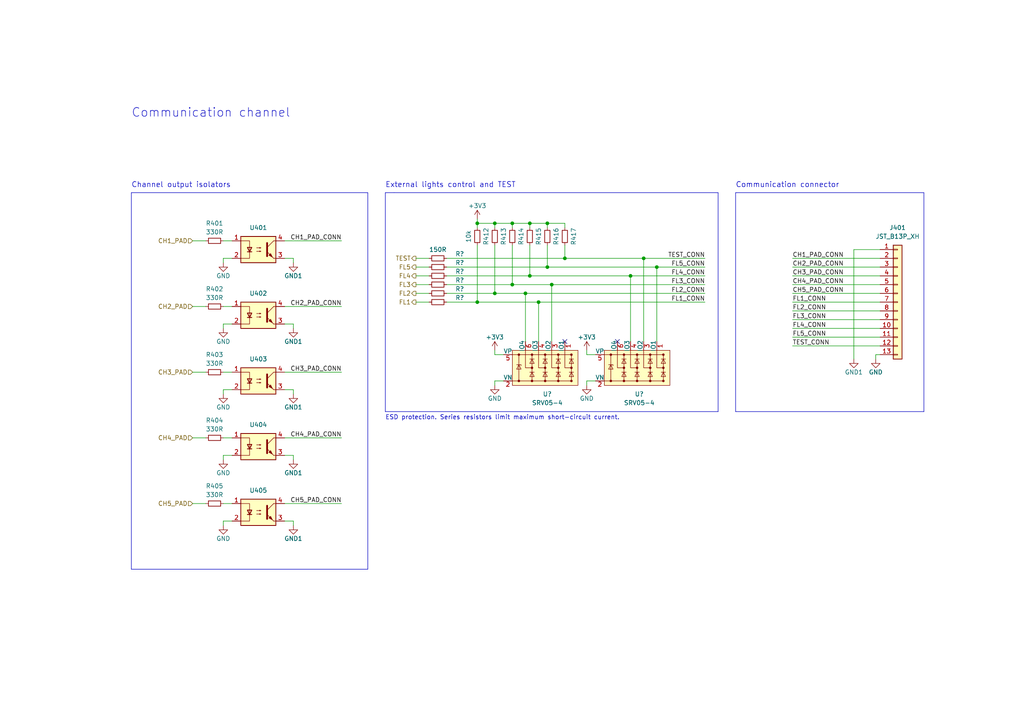
<source format=kicad_sch>
(kicad_sch (version 20221110) (generator eeschema)
  (paper "A4")
  (title_block (title "BD845-PWB") (date "2022-11-27") (rev "1") (company "BlueDot, Vincenzo Fortunato"))
  (lib_symbols
    (symbol "Connector_Generic:Conn_01x13" (pin_names (offset 1.016) hide)
      (property "Reference" "J" (at 0 17.78 0))
      (property "Value" "Conn_01x13" (at 0 -17.78 0))
      (symbol "Conn_01x13_1_1"
        (rectangle (start -1.27 -15.113) (end 0 -15.367) (stroke (width 0.1524)))
        (rectangle (start -1.27 -12.573) (end 0 -12.827) (stroke (width 0.1524)))
        (rectangle (start -1.27 -10.033) (end 0 -10.287) (stroke (width 0.1524)))
        (rectangle (start -1.27 -7.493) (end 0 -7.747) (stroke (width 0.1524)))
        (rectangle (start -1.27 -4.953) (end 0 -5.207) (stroke (width 0.1524)))
        (rectangle (start -1.27 -2.413) (end 0 -2.667) (stroke (width 0.1524)))
        (rectangle (start -1.27 0.127) (end 0 -0.127) (stroke (width 0.1524)))
        (rectangle (start -1.27 2.667) (end 0 2.413) (stroke (width 0.1524)))
        (rectangle (start -1.27 5.207) (end 0 4.953) (stroke (width 0.1524)))
        (rectangle (start -1.27 7.747) (end 0 7.493) (stroke (width 0.1524)))
        (rectangle (start -1.27 10.287) (end 0 10.033) (stroke (width 0.1524)))
        (rectangle (start -1.27 12.827) (end 0 12.573) (stroke (width 0.1524)))
        (rectangle (start -1.27 15.367) (end 0 15.113) (stroke (width 0.1524)))
        (rectangle (start -1.27 16.51) (end 1.27 -16.51) (stroke (width 0.254)) (fill (type background)))
        (pin passive line (at -5.08 15.24 0) (length 3.81) (name "Pin_1") (number "1"))
        (pin passive line (at -5.08 -7.62 0) (length 3.81) (name "Pin_10") (number "10"))
        (pin passive line (at -5.08 -10.16 0) (length 3.81) (name "Pin_11") (number "11"))
        (pin passive line (at -5.08 -12.7 0) (length 3.81) (name "Pin_12") (number "12"))
        (pin passive line (at -5.08 -15.24 0) (length 3.81) (name "Pin_13") (number "13"))
        (pin passive line (at -5.08 12.7 0) (length 3.81) (name "Pin_2") (number "2"))
        (pin passive line (at -5.08 10.16 0) (length 3.81) (name "Pin_3") (number "3"))
        (pin passive line (at -5.08 7.62 0) (length 3.81) (name "Pin_4") (number "4"))
        (pin passive line (at -5.08 5.08 0) (length 3.81) (name "Pin_5") (number "5"))
        (pin passive line (at -5.08 2.54 0) (length 3.81) (name "Pin_6") (number "6"))
        (pin passive line (at -5.08 0 0) (length 3.81) (name "Pin_7") (number "7"))
        (pin passive line (at -5.08 -2.54 0) (length 3.81) (name "Pin_8") (number "8"))
        (pin passive line (at -5.08 -5.08 0) (length 3.81) (name "Pin_9") (number "9"))
      )
    )
    (symbol "Device:R_Small" (pin_numbers hide) (pin_names (offset 0.254) hide)
      (property "Reference" "R" (at 0.762 0.508 0))
      (property "Value" "R_Small" (at 0.762 -1.016 0))
      (symbol "R_Small_0_1"
        (rectangle (start -0.762 1.778) (end 0.762 -1.778) (stroke (width 0.2032)))
      )
      (symbol "R_Small_1_1"
        (pin passive line (at 0 2.54 270) (length 0.762) (name "~") (number "1"))
        (pin passive line (at 0 -2.54 90) (length 0.762) (name "~") (number "2"))
      )
    )
    (symbol "ProjectLibrary:EL357N(C)(TA)-G" (pin_names (offset 1.016))
      (property "Reference" "U" (at -5.334 4.826 0))
      (property "Value" "EL357N(C)(TA)-G" (at 0 5.08 0))
      (symbol "EL357N(C)(TA)-G_0_1"
        (rectangle (start -5.08 3.81) (end 5.08 -3.81) (stroke (width 0.254)) (fill (type background)))
        (polyline (pts (xy -3.175 -0.635) (xy -1.905 -0.635)) (stroke (width 0.254)))
        (polyline (pts (xy 2.54 0.635) (xy 4.445 2.54)))
        (polyline (pts (xy 4.445 -2.54) (xy 2.54 -0.635)) (fill (type outline)))
        (polyline (pts (xy 4.445 -2.54) (xy 5.08 -2.54)))
        (polyline (pts (xy 4.445 2.54) (xy 5.08 2.54)))
        (polyline (pts (xy -5.08 2.54) (xy -2.54 2.54) (xy -2.54 -0.762)))
        (polyline (pts (xy -2.54 -0.635) (xy -2.54 -2.54) (xy -5.08 -2.54)))
        (polyline (pts (xy 2.54 1.905) (xy 2.54 -1.905) (xy 2.54 -1.905)) (stroke (width 0.508)))
        (polyline (pts (xy -2.54 -0.635) (xy -3.175 0.635) (xy -1.905 0.635) (xy -2.54 -0.635)) (stroke (width 0.254)))
        (polyline (pts (xy -0.508 -0.508) (xy 0.762 -0.508) (xy 0.381 -0.635) (xy 0.381 -0.381) (xy 0.762 -0.508)))
        (polyline (pts (xy -0.508 0.508) (xy 0.762 0.508) (xy 0.381 0.381) (xy 0.381 0.635) (xy 0.762 0.508)))
        (polyline (pts (xy 3.048 -1.651) (xy 3.556 -1.143) (xy 4.064 -2.159) (xy 3.048 -1.651) (xy 3.048 -1.651)) (fill (type outline)))
      )
      (symbol "EL357N(C)(TA)-G_1_1"
        (pin passive line (at -7.62 2.54 0) (length 2.54) (name "~") (number "1"))
        (pin passive line (at -7.62 -2.54 0) (length 2.54) (name "~") (number "2"))
        (pin passive line (at 7.62 -2.54 180) (length 2.54) (name "~") (number "3"))
        (pin passive line (at 7.62 2.54 180) (length 2.54) (name "~") (number "4"))
      )
    )
    (symbol "ProjectLibrary:SRV05-4" (pin_names (offset 0))
      (property "Reference" "U" (at -7.62 -6.985 0))
      (property "Value" "SRV05-4" (at 0 -6.985 0))
      (symbol "SRV05-4_0_0"
        (polyline (pts (xy -6.985 -3.81) (xy -6.985 3.81)))
        (polyline (pts (xy -3.175 -3.81) (xy -3.175 3.81)))
        (polyline (pts (xy 0.635 -3.81) (xy 0.635 3.81)))
        (polyline (pts (xy 4.445 -3.81) (xy 4.445 3.81)))
      )
      (symbol "SRV05-4_0_1"
        (rectangle (start -8.89 5.08) (end 10.16 -5.08) (fill (type background)))
        (circle (center -6.985 -3.81) (radius 0.2794) (fill (type outline)))
        (circle (center -6.985 0) (radius 0.2794) (fill (type outline)))
        (circle (center -6.985 3.81) (radius 0.2794) (fill (type outline)))
        (circle (center -3.175 -3.81) (radius 0.2794) (fill (type outline)))
        (circle (center -3.175 0) (radius 0.2794) (fill (type outline)))
        (circle (center -3.175 3.81) (radius 0.2794) (fill (type outline)))
        (polyline (pts (xy -6.35 -1.27) (xy -7.62 -1.27)))
        (polyline (pts (xy -6.35 2.54) (xy -7.62 2.54)))
        (polyline (pts (xy -2.54 -1.27) (xy -3.81 -1.27)))
        (polyline (pts (xy -2.54 2.54) (xy -3.81 2.54)))
        (polyline (pts (xy 1.27 -1.27) (xy 0 -1.27)))
        (polyline (pts (xy 1.27 2.54) (xy 0 2.54)))
        (polyline (pts (xy 5.08 -1.27) (xy 3.81 -1.27)))
        (polyline (pts (xy 5.08 2.54) (xy 3.81 2.54)))
        (polyline (pts (xy 8.255 3.81) (xy 8.255 -3.81)))
        (polyline (pts (xy 10.16 -3.81) (xy -6.985 -3.81)))
        (polyline (pts (xy 10.16 3.81) (xy -6.985 3.81)))
        (polyline (pts (xy -6.985 0) (xy -5.08 0) (xy -5.08 5.08)))
        (polyline (pts (xy -3.175 0) (xy -1.27 0) (xy -1.27 5.08)))
        (polyline (pts (xy 0.635 0) (xy 2.54 0) (xy 2.54 5.08)))
        (polyline (pts (xy 4.445 0) (xy 6.35 0) (xy 6.35 5.08)))
        (polyline (pts (xy 8.89 0.889) (xy 7.62 0.889) (xy 7.62 0.635)))
        (polyline (pts (xy -6.35 -2.54) (xy -7.62 -2.54) (xy -6.985 -1.27) (xy -6.35 -2.54)))
        (polyline (pts (xy -6.35 1.27) (xy -7.62 1.27) (xy -6.985 2.54) (xy -6.35 1.27)))
        (polyline (pts (xy -2.54 -2.54) (xy -3.81 -2.54) (xy -3.175 -1.27) (xy -2.54 -2.54)))
        (polyline (pts (xy -2.54 1.27) (xy -3.81 1.27) (xy -3.175 2.54) (xy -2.54 1.27)))
        (polyline (pts (xy 1.27 -2.54) (xy 0 -2.54) (xy 0.635 -1.27) (xy 1.27 -2.54)))
        (polyline (pts (xy 1.27 1.27) (xy 0 1.27) (xy 0.635 2.54) (xy 1.27 1.27)))
        (polyline (pts (xy 5.08 -2.54) (xy 3.81 -2.54) (xy 4.445 -1.27) (xy 5.08 -2.54)))
        (polyline (pts (xy 5.08 1.27) (xy 3.81 1.27) (xy 4.445 2.54) (xy 5.08 1.27)))
        (polyline (pts (xy 8.89 -0.381) (xy 7.62 -0.381) (xy 8.255 0.889) (xy 8.89 -0.381)))
        (circle (center 0.635 -3.81) (radius 0.2794) (fill (type outline)))
        (circle (center 0.635 0) (radius 0.2794) (fill (type outline)))
        (circle (center 0.635 3.81) (radius 0.2794) (fill (type outline)))
        (circle (center 4.445 -3.81) (radius 0.2794) (fill (type outline)))
        (circle (center 4.445 0) (radius 0.2794) (fill (type outline)))
        (circle (center 4.445 3.81) (radius 0.2794) (fill (type outline)))
        (circle (center 8.255 -3.81) (radius 0.2794) (fill (type outline)))
        (circle (center 8.255 3.81) (radius 0.2794) (fill (type outline)))
      )
      (symbol "SRV05-4_1_1"
        (pin passive line (at -5.08 7.62 270) (length 2.54) (name "IO1") (number "1"))
        (pin passive line (at 12.7 -3.81 180) (length 2.54) (name "VN") (number "2"))
        (pin passive line (at -1.27 7.62 270) (length 2.54) (name "IO2") (number "3"))
        (pin passive line (at 2.54 7.62 270) (length 2.54) (name "IO3") (number "4"))
        (pin passive line (at 12.7 3.81 180) (length 2.54) (name "VP") (number "5"))
        (pin passive line (at 6.35 7.62 270) (length 2.54) (name "IO4") (number "6"))
      )
    )
    (symbol "power:+3V3" (power) (pin_names (offset 0))
      (property "Value" "+3V3" (at 0 3.556 0))
      (symbol "+3V3_0_1"
        (polyline (pts (xy -0.762 1.27) (xy 0 2.54)))
        (polyline (pts (xy 0 0) (xy 0 2.54)))
        (polyline (pts (xy 0 2.54) (xy 0.762 1.27)))
      )
      (symbol "+3V3_1_1"
        (pin power_in line (at 0 0 90) (length 0) hide (name "+3V3") (number "1"))
      )
    )
    (symbol "power:GND" (power) (pin_names (offset 0))
      (property "Value" "GND" (at 0 -3.81 0))
      (symbol "GND_0_1"
        (polyline (pts (xy 0 0) (xy 0 -1.27) (xy 1.27 -1.27) (xy 0 -2.54) (xy -1.27 -1.27) (xy 0 -1.27)))
      )
      (symbol "GND_1_1"
        (pin power_in line (at 0 0 270) (length 0) hide (name "GND") (number "1"))
      )
    )
    (symbol "power:GND1" (power) (pin_names (offset 0))
      (property "Value" "GND1" (at 0 -3.81 0))
      (symbol "GND1_0_1"
        (polyline (pts (xy 0 0) (xy 0 -1.27) (xy 1.27 -1.27) (xy 0 -2.54) (xy -1.27 -1.27) (xy 0 -1.27)))
      )
      (symbol "GND1_1_1"
        (pin power_in line (at 0 0 270) (length 0) hide (name "GND1") (number "1"))
      )
    )
  )
  (junction (at 153.67 64.77))
  (junction (at 186.69 74.93))
  (junction (at 143.51 64.77))
  (junction (at 148.59 64.77))
  (junction (at 182.88 80.01))
  (junction (at 153.67 80.01))
  (junction (at 143.51 85.09))
  (junction (at 190.5 77.47))
  (junction (at 160.02 82.55))
  (junction (at 163.83 74.93))
  (junction (at 158.75 77.47))
  (junction (at 158.75 64.77))
  (junction (at 152.4 85.09))
  (junction (at 138.43 64.77))
  (junction (at 148.59 82.55))
  (junction (at 156.21 87.63))
  (junction (at 138.43 87.63))
  (no_connect (at 163.83 99.06))
  (no_connect (at 179.07 99.06))
  (wire (pts (xy 99.06 146.05) (xy 82.55 146.05)))
  (polyline (pts (xy 38.1 55.88) (xy 38.1 165.1)))
  (wire (pts (xy 64.77 151.13) (xy 64.77 152.4)))
  (wire (pts (xy 129.54 74.93) (xy 163.83 74.93)))
  (wire (pts (xy 64.77 127) (xy 67.31 127)))
  (wire (pts (xy 254 104.14) (xy 254 102.87)))
  (polyline (pts (xy 106.68 165.1) (xy 38.1 165.1)))
  (wire (pts (xy 229.87 87.63) (xy 255.27 87.63)))
  (wire (pts (xy 64.77 93.98) (xy 64.77 95.25)))
  (wire (pts (xy 229.87 85.09) (xy 255.27 85.09)))
  (polyline (pts (xy 208.28 55.88) (xy 208.28 119.38)))
  (polyline (pts (xy 106.68 55.88) (xy 106.68 165.1)))
  (wire (pts (xy 143.51 110.49) (xy 143.51 111.76)))
  (wire (pts (xy 82.55 93.98) (xy 85.09 93.98)))
  (wire (pts (xy 129.54 77.47) (xy 158.75 77.47)))
  (polyline (pts (xy 38.1 55.88) (xy 106.68 55.88)))
  (wire (pts (xy 143.51 64.77) (xy 143.51 66.04)))
  (polyline (pts (xy 213.36 55.88) (xy 213.36 119.38)))
  (wire (pts (xy 172.72 102.87) (xy 170.18 102.87)))
  (wire (pts (xy 99.06 88.9) (xy 82.55 88.9)))
  (wire (pts (xy 186.69 74.93) (xy 204.47 74.93)))
  (wire (pts (xy 190.5 77.47) (xy 190.5 99.06)))
  (polyline (pts (xy 208.28 119.38) (xy 111.76 119.38)))
  (wire (pts (xy 85.09 93.98) (xy 85.09 95.25)))
  (polyline (pts (xy 267.97 55.88) (xy 267.97 119.38)))
  (wire (pts (xy 229.87 90.17) (xy 255.27 90.17)))
  (wire (pts (xy 153.67 80.01) (xy 182.88 80.01)))
  (wire (pts (xy 64.77 107.95) (xy 67.31 107.95)))
  (wire (pts (xy 55.88 107.95) (xy 59.69 107.95)))
  (wire (pts (xy 64.77 132.08) (xy 64.77 133.35)))
  (wire (pts (xy 64.77 88.9) (xy 67.31 88.9)))
  (polyline (pts (xy 114.3 55.88) (xy 208.28 55.88)))
  (wire (pts (xy 158.75 71.12) (xy 158.75 77.47)))
  (wire (pts (xy 67.31 113.03) (xy 64.77 113.03)))
  (wire (pts (xy 148.59 82.55) (xy 160.02 82.55)))
  (wire (pts (xy 64.77 113.03) (xy 64.77 114.3)))
  (wire (pts (xy 163.83 64.77) (xy 163.83 66.04)))
  (wire (pts (xy 160.02 82.55) (xy 160.02 99.06)))
  (polyline (pts (xy 111.76 119.38) (xy 111.76 55.88)))
  (wire (pts (xy 67.31 93.98) (xy 64.77 93.98)))
  (wire (pts (xy 82.55 132.08) (xy 85.09 132.08)))
  (wire (pts (xy 158.75 77.47) (xy 190.5 77.47)))
  (wire (pts (xy 182.88 80.01) (xy 182.88 99.06)))
  (wire (pts (xy 82.55 74.93) (xy 85.09 74.93)))
  (wire (pts (xy 85.09 113.03) (xy 85.09 114.3)))
  (wire (pts (xy 120.65 74.93) (xy 124.46 74.93)))
  (wire (pts (xy 247.65 72.39) (xy 247.65 104.14)))
  (wire (pts (xy 190.5 77.47) (xy 204.47 77.47)))
  (wire (pts (xy 186.69 74.93) (xy 186.69 99.06)))
  (wire (pts (xy 82.55 151.13) (xy 85.09 151.13)))
  (wire (pts (xy 120.65 82.55) (xy 124.46 82.55)))
  (wire (pts (xy 229.87 100.33) (xy 255.27 100.33)))
  (wire (pts (xy 229.87 74.93) (xy 255.27 74.93)))
  (wire (pts (xy 153.67 64.77) (xy 153.67 66.04)))
  (wire (pts (xy 158.75 64.77) (xy 163.83 64.77)))
  (wire (pts (xy 129.54 85.09) (xy 143.51 85.09)))
  (wire (pts (xy 255.27 72.39) (xy 247.65 72.39)))
  (wire (pts (xy 163.83 74.93) (xy 186.69 74.93)))
  (wire (pts (xy 138.43 64.77) (xy 138.43 66.04)))
  (wire (pts (xy 143.51 102.87) (xy 143.51 101.6)))
  (wire (pts (xy 99.06 127) (xy 82.55 127)))
  (wire (pts (xy 55.88 127) (xy 59.69 127)))
  (wire (pts (xy 143.51 71.12) (xy 143.51 85.09)))
  (wire (pts (xy 172.72 110.49) (xy 170.18 110.49)))
  (wire (pts (xy 99.06 69.85) (xy 82.55 69.85)))
  (wire (pts (xy 229.87 82.55) (xy 255.27 82.55)))
  (wire (pts (xy 152.4 85.09) (xy 152.4 99.06)))
  (wire (pts (xy 182.88 80.01) (xy 204.47 80.01)))
  (wire (pts (xy 85.09 132.08) (xy 85.09 133.35)))
  (wire (pts (xy 138.43 87.63) (xy 156.21 87.63)))
  (wire (pts (xy 229.87 92.71) (xy 255.27 92.71)))
  (polyline (pts (xy 267.97 119.38) (xy 213.36 119.38)))
  (wire (pts (xy 55.88 146.05) (xy 59.69 146.05)))
  (wire (pts (xy 67.31 132.08) (xy 64.77 132.08)))
  (wire (pts (xy 163.83 71.12) (xy 163.83 74.93)))
  (polyline (pts (xy 213.36 55.88) (xy 267.97 55.88)))
  (wire (pts (xy 120.65 80.01) (xy 124.46 80.01)))
  (wire (pts (xy 85.09 151.13) (xy 85.09 152.4)))
  (wire (pts (xy 152.4 85.09) (xy 204.47 85.09)))
  (wire (pts (xy 64.77 146.05) (xy 67.31 146.05)))
  (wire (pts (xy 143.51 64.77) (xy 148.59 64.77)))
  (wire (pts (xy 148.59 64.77) (xy 148.59 66.04)))
  (wire (pts (xy 229.87 95.25) (xy 255.27 95.25)))
  (wire (pts (xy 170.18 110.49) (xy 170.18 111.76)))
  (wire (pts (xy 129.54 80.01) (xy 153.67 80.01)))
  (wire (pts (xy 67.31 74.93) (xy 64.77 74.93)))
  (wire (pts (xy 120.65 85.09) (xy 124.46 85.09)))
  (wire (pts (xy 99.06 107.95) (xy 82.55 107.95)))
  (wire (pts (xy 120.65 77.47) (xy 124.46 77.47)))
  (wire (pts (xy 129.54 87.63) (xy 138.43 87.63)))
  (wire (pts (xy 148.59 71.12) (xy 148.59 82.55)))
  (wire (pts (xy 55.88 88.9) (xy 59.69 88.9)))
  (wire (pts (xy 138.43 71.12) (xy 138.43 87.63)))
  (wire (pts (xy 129.54 82.55) (xy 148.59 82.55)))
  (polyline (pts (xy 111.76 55.88) (xy 114.3 55.88)))
  (wire (pts (xy 229.87 77.47) (xy 255.27 77.47)))
  (wire (pts (xy 170.18 102.87) (xy 170.18 101.6)))
  (wire (pts (xy 64.77 74.93) (xy 64.77 76.2)))
  (wire (pts (xy 120.65 87.63) (xy 124.46 87.63)))
  (wire (pts (xy 67.31 151.13) (xy 64.77 151.13)))
  (wire (pts (xy 138.43 63.5) (xy 138.43 64.77)))
  (wire (pts (xy 146.05 102.87) (xy 143.51 102.87)))
  (wire (pts (xy 254 102.87) (xy 255.27 102.87)))
  (wire (pts (xy 146.05 110.49) (xy 143.51 110.49)))
  (wire (pts (xy 143.51 85.09) (xy 152.4 85.09)))
  (wire (pts (xy 153.67 71.12) (xy 153.67 80.01)))
  (wire (pts (xy 82.55 113.03) (xy 85.09 113.03)))
  (wire (pts (xy 160.02 82.55) (xy 204.47 82.55)))
  (wire (pts (xy 148.59 64.77) (xy 153.67 64.77)))
  (wire (pts (xy 64.77 69.85) (xy 67.31 69.85)))
  (wire (pts (xy 158.75 64.77) (xy 158.75 66.04)))
  (wire (pts (xy 229.87 97.79) (xy 255.27 97.79)))
  (wire (pts (xy 153.67 64.77) (xy 158.75 64.77)))
  (wire (pts (xy 55.88 69.85) (xy 59.69 69.85)))
  (wire (pts (xy 138.43 64.77) (xy 143.51 64.77)))
  (wire (pts (xy 85.09 74.93) (xy 85.09 76.2)))
  (wire (pts (xy 156.21 87.63) (xy 156.21 99.06)))
  (wire (pts (xy 156.21 87.63) (xy 204.47 87.63)))
  (wire (pts (xy 229.87 80.01) (xy 255.27 80.01)))
  (text "Communication connector" (at 213.36 54.61 0) (effects (font (size 1.524 1.524)) (justify left bottom)))
  (text "Channel output isolators" (at 38.1 54.61 0) (effects (font (size 1.524 1.524)) (justify left bottom)))
  (text "Communication channel" (at 38.1 34.29 0) (effects (font (size 2.54 2.54)) (justify left bottom)))
  (text "External lights control and TEST" (at 111.76 54.61 0) (effects (font (size 1.524 1.524)) (justify left bottom)))
  (text "ESD protection. Series resistors limit maximum short-circuit current." (at 111.76 121.92 0) (effects (font (size 1.27 1.27)) (justify left bottom)))
  (label "FL3_CONN" (at 229.87 92.71 0))
  (label "CH1_PAD_CONN" (at 99.06 69.85 180))
  (label "FL2_CONN" (at 229.87 90.17 0))
  (label "FL5_CONN" (at 204.47 77.47 180))
  (label "CH5_PAD_CONN" (at 99.06 146.05 180))
  (label "CH2_PAD_CONN" (at 99.06 88.9 180))
  (label "FL4_CONN" (at 204.47 80.01 180))
  (label "FL3_CONN" (at 204.47 82.55 180))
  (label "FL1_CONN" (at 204.47 87.63 180))
  (label "FL5_CONN" (at 229.87 97.79 0))
  (label "CH2_PAD_CONN" (at 229.87 77.47 0))
  (label "FL1_CONN" (at 229.87 87.63 0))
  (label "CH4_PAD_CONN" (at 229.87 82.55 0))
  (label "CH4_PAD_CONN" (at 99.06 127 180))
  (label "CH3_PAD_CONN" (at 229.87 80.01 0))
  (label "CH1_PAD_CONN" (at 229.87 74.93 0))
  (label "FL2_CONN" (at 204.47 85.09 180))
  (label "CH3_PAD_CONN" (at 99.06 107.95 180))
  (label "TEST_CONN" (at 229.87 100.33 0))
  (label "CH5_PAD_CONN" (at 229.87 85.09 0))
  (label "FL4_CONN" (at 229.87 95.25 0))
  (label "TEST_CONN" (at 204.47 74.93 180))
  (hierarchical_label "FL2" (shape output) (at 120.65 85.09 180))
  (hierarchical_label "CH2_PAD" (shape input) (at 55.88 88.9 180))
  (hierarchical_label "CH3_PAD" (shape input) (at 55.88 107.95 180))
  (hierarchical_label "FL4" (shape output) (at 120.65 80.01 180))
  (hierarchical_label "CH1_PAD" (shape input) (at 55.88 69.85 180))
  (hierarchical_label "FL5" (shape output) (at 120.65 77.47 180))
  (hierarchical_label "FL3" (shape output) (at 120.65 82.55 180))
  (hierarchical_label "CH5_PAD" (shape input) (at 55.88 146.05 180))
  (hierarchical_label "TEST" (shape output) (at 120.65 74.93 180))
  (hierarchical_label "FL1" (shape output) (at 120.65 87.63 180))
  (hierarchical_label "CH4_PAD" (shape input) (at 55.88 127 180))
  (symbol (lib_id "power:GND1") (at 247.65 104.14 0) (mirror y) (unit 1)
    (property "Reference" "#PWR0161" (effects hide))
    (property "Value" "GND1" (at 247.65 107.95 0))
  )
  (symbol (lib_id "power:GND") (at 64.77 133.35 0) (mirror y) (unit 1)
    (property "Reference" "#PWR?" (effects hide))
    (property "Value" "GND" (at 64.77 137.16 0))
    (instances (project "bd845-pwb" (path "" (reference "#PWR?") (unit 1) (value "GND") (footprint "")) (path "" (reference "#PWR0148") (unit 1) (value "GND") (footprint ""))))
  )
  (symbol (lib_id "ProjectLibrary:EL357N(C)(TA)-G") (at 74.93 129.54 0) (unit 1)
    (property "Reference" "U404" (at 74.93 123.19 0))
    (property "Value" "EL357N(C)(TA)-G" (effects hide))
    (property "Footprint" "Package_SO:SO-4_4.4x3.6mm_P2.54mm" (effects hide))
    (property "Datasheet" "https://datasheet.lcsc.com/lcsc/1810271030_Everlight-Elec-EL357N-C-TA-G_C29981.pdf" (effects hide))
  )
  (symbol (lib_id "Device:R_Small") (at 62.23 69.85 90) (unit 1)
    (property "Reference" "R401" (at 62.23 64.77 90))
    (property "Value" "330R" (at 62.23 67.31 90))
    (property "Footprint" "Resistor_SMD:R_0603_1608Metric" (effects hide))
  )
  (symbol (lib_id "Device:R_Small") (at 62.23 88.9 90) (unit 1)
    (property "Reference" "R402" (at 62.23 83.82 90))
    (property "Value" "330R" (at 62.23 86.36 90))
    (property "Footprint" "Resistor_SMD:R_0603_1608Metric" (effects hide))
  )
  (symbol (lib_id "Device:R_Small") (at 62.23 146.05 90) (unit 1)
    (property "Reference" "R405" (at 62.23 140.97 90))
    (property "Value" "330R" (at 62.23 143.51 90))
    (property "Footprint" "Resistor_SMD:R_0603_1608Metric" (effects hide))
  )
  (symbol (lib_id "Device:R_Small") (at 62.23 107.95 90) (unit 1)
    (property "Reference" "R403" (at 62.23 102.87 90))
    (property "Value" "330R" (at 62.23 105.41 90))
    (property "Footprint" "Resistor_SMD:R_0603_1608Metric" (effects hide))
  )
  (symbol (lib_id "Connector_Generic:Conn_01x13") (at 260.35 87.63 0) (unit 1)
    (property "Reference" "J401" (at 260.35 66.04 0))
    (property "Value" "JST_B13P_XH" (at 260.35 68.58 0))
    (property "Footprint" "ProjectLibrary:JST_NH_B13P-SHF-1AA_1x13_P2.50mm_Vertical" (effects hide))
  )
  (symbol (lib_id "Device:R_Small") (at 62.23 127 90) (unit 1)
    (property "Reference" "R404" (at 62.23 121.92 90))
    (property "Value" "330R" (at 62.23 124.46 90))
    (property "Footprint" "Resistor_SMD:R_0603_1608Metric" (effects hide))
  )
  (symbol (lib_id "Device:R_Small") (at 127 74.93 270) (unit 1)
    (property "Reference" "R?" (at 133.35 73.66 90))
    (property "Value" "150R" (at 127 72.39 90))
    (property "Footprint" "Resistor_SMD:R_0603_1608Metric" (effects hide))
    (instances (project "bd845-pwb" (path "" (reference "R?") (unit 1) (value "150R") (footprint "Resistor_SMD:R_0603_1608Metric")) (path "" (reference "R?") (unit 1) (value "150R") (footprint "Resistor_SMD:R_0603_1608Metric")) (path "" (reference "R?") (unit 1) (value "150R") (footprint "Resistor_SMD:R_0603_1608Metric")) (path "" (reference "R?") (unit 1) (value "150R") (footprint "Resistor_SMD:R_0603_1608Metric")) (path "" (reference "R?") (unit 1) (value "150R") (footprint "Resistor_SMD:R_0603_1608Metric")) (path "" (reference "R?") (unit 1) (value "150R") (footprint "Resistor_SMD:R_0603_1608Metric")) (path "" (reference "R406") (unit 1) (value "150R") (footprint "Resistor_SMD:R_0603_1608Metric"))))
  )
  (symbol (lib_id "ProjectLibrary:EL357N(C)(TA)-G") (at 74.93 148.59 0) (unit 1)
    (property "Reference" "U405" (at 74.93 142.24 0))
    (property "Value" "EL357N(C)(TA)-G" (effects hide))
    (property "Footprint" "Package_SO:SO-4_4.4x3.6mm_P2.54mm" (effects hide))
    (property "Datasheet" "https://datasheet.lcsc.com/lcsc/1810271030_Everlight-Elec-EL357N-C-TA-G_C29981.pdf" (effects hide))
  )
  (symbol (lib_id "power:GND") (at 64.77 152.4 0) (mirror y) (unit 1)
    (property "Reference" "#PWR?" (effects hide))
    (property "Value" "GND" (at 64.77 156.21 0))
    (instances (project "bd845-pwb" (path "" (reference "#PWR?") (unit 1) (value "GND") (footprint "")) (path "" (reference "#PWR0149") (unit 1) (value "GND") (footprint ""))))
  )
  (symbol (lib_id "ProjectLibrary:SRV05-4") (at 185.42 106.68 0) (mirror y) (unit 1)
    (property "Reference" "U?" (at 185.42 114.3 0))
    (property "Value" "SRV05-4" (at 185.42 116.84 0))
    (property "Footprint" "Package_TO_SOT_SMD:SOT-23-6" (effects hide))
    (property "Datasheet" "http://www.onsemi.com/pub/Collateral/SRV05-4-D.PDF" (effects hide))
    (instances (project "bd845-pwb" (path "" (reference "U?") (unit 1) (value "SRV05-4") (footprint "Package_TO_SOT_SMD:SOT-23-6")) (path "" (reference "U?") (unit 1) (value "SRV05-4") (footprint "Package_TO_SOT_SMD:SOT-23-6")) (path "" (reference "U?") (unit 1) (value "SRV05-4") (footprint "Package_TO_SOT_SMD:SOT-23-6")) (path "" (reference "U?") (unit 1) (value "SRV05-4") (footprint "Package_TO_SOT_SMD:SOT-23-6")) (path "" (reference "U?") (unit 1) (value "SRV05-4") (footprint "Package_TO_SOT_SMD:SOT-23-6")) (path "" (reference "U?") (unit 1) (value "SRV05-4") (footprint "Package_TO_SOT_SMD:SOT-23-6")) (path "" (reference "U407") (unit 1) (value "SRV05-4") (footprint "Package_TO_SOT_SMD:SOT-23-6"))))
  )
  (symbol (lib_id "Device:R_Small") (at 127 80.01 270) (unit 1)
    (property "Reference" "R?" (at 133.35 78.74 90))
    (property "Value" "150R" (effects hide))
    (property "Footprint" "Resistor_SMD:R_0603_1608Metric" (effects hide))
    (instances (project "bd845-pwb" (path "" (reference "R?") (unit 1) (value "150R") (footprint "Resistor_SMD:R_0603_1608Metric")) (path "" (reference "R?") (unit 1) (value "150R") (footprint "Resistor_SMD:R_0603_1608Metric")) (path "" (reference "R?") (unit 1) (value "150R") (footprint "Resistor_SMD:R_0603_1608Metric")) (path "" (reference "R?") (unit 1) (value "150R") (footprint "Resistor_SMD:R_0603_1608Metric")) (path "" (reference "R?") (unit 1) (value "150R") (footprint "Resistor_SMD:R_0603_1608Metric")) (path "" (reference "R?") (unit 1) (value "150R") (footprint "Resistor_SMD:R_0603_1608Metric")) (path "" (reference "R408") (unit 1) (value "150R") (footprint "Resistor_SMD:R_0603_1608Metric"))))
  )
  (symbol (lib_id "power:+3V3") (at 170.18 101.6 0) (mirror y) (unit 1)
    (property "Reference" "#PWR?" (effects hide))
    (property "Value" "+3V3" (at 170.18 97.79 0))
    (instances (project "bd845-pwb" (path "" (reference "#PWR?") (unit 1) (value "+3V3") (footprint "")) (path "" (reference "#PWR?") (unit 1) (value "+3V3") (footprint "")) (path "" (reference "#PWR?") (unit 1) (value "+3V3") (footprint "")) (path "" (reference "#PWR?") (unit 1) (value "+3V3") (footprint "")) (path "" (reference "#PWR?") (unit 1) (value "+3V3") (footprint "")) (path "" (reference "#PWR?") (unit 1) (value "+3V3") (footprint "")) (path "" (reference "#PWR0158") (unit 1) (value "+3V3") (footprint ""))))
  )
  (symbol (lib_id "power:GND") (at 254 104.14 0) (unit 1)
    (property "Reference" "#PWR?" (effects hide))
    (property "Value" "GND" (at 254 107.95 0))
    (instances (project "bd845-pwb" (path "" (reference "#PWR?") (unit 1) (value "GND") (footprint "")) (path "" (reference "#PWR0160") (unit 1) (value "GND") (footprint ""))))
  )
  (symbol (lib_id "Device:R_Small") (at 158.75 68.58 180) (unit 1)
    (property "Reference" "R416" (at 161.29 68.58 90))
    (property "Value" "10k" (effects hide))
    (property "Footprint" "Resistor_SMD:R_0603_1608Metric" (effects hide))
  )
  (symbol (lib_id "power:GND1") (at 85.09 76.2 0) (unit 1)
    (property "Reference" "#PWR0156" (effects hide))
    (property "Value" "GND1" (at 85.09 80.01 0))
  )
  (symbol (lib_id "power:GND1") (at 85.09 152.4 0) (unit 1)
    (property "Reference" "#PWR0150" (effects hide))
    (property "Value" "GND1" (at 85.09 156.21 0))
  )
  (symbol (lib_id "power:GND1") (at 85.09 133.35 0) (unit 1)
    (property "Reference" "#PWR0147" (effects hide))
    (property "Value" "GND1" (at 85.09 137.16 0))
  )
  (symbol (lib_id "ProjectLibrary:EL357N(C)(TA)-G") (at 74.93 72.39 0) (unit 1)
    (property "Reference" "U401" (at 74.93 66.04 0))
    (property "Value" "EL357N(C)(TA)-G" (effects hide))
    (property "Footprint" "Package_SO:SO-4_4.4x3.6mm_P2.54mm" (effects hide))
    (property "Datasheet" "https://datasheet.lcsc.com/lcsc/1810271030_Everlight-Elec-EL357N-C-TA-G_C29981.pdf" (effects hide))
  )
  (symbol (lib_id "power:+3V3") (at 138.43 63.5 0) (unit 1)
    (property "Reference" "#PWR0159" (effects hide))
    (property "Value" "+3V3" (at 138.43 59.69 0))
  )
  (symbol (lib_id "Device:R_Small") (at 127 87.63 270) (unit 1)
    (property "Reference" "R?" (at 133.35 86.36 90))
    (property "Value" "150R" (effects hide))
    (property "Footprint" "Resistor_SMD:R_0603_1608Metric" (effects hide))
    (instances (project "bd845-pwb" (path "" (reference "R?") (unit 1) (value "150R") (footprint "Resistor_SMD:R_0603_1608Metric")) (path "" (reference "R?") (unit 1) (value "150R") (footprint "Resistor_SMD:R_0603_1608Metric")) (path "" (reference "R?") (unit 1) (value "150R") (footprint "Resistor_SMD:R_0603_1608Metric")) (path "" (reference "R?") (unit 1) (value "150R") (footprint "Resistor_SMD:R_0603_1608Metric")) (path "" (reference "R?") (unit 1) (value "150R") (footprint "Resistor_SMD:R_0603_1608Metric")) (path "" (reference "R?") (unit 1) (value "150R") (footprint "Resistor_SMD:R_0603_1608Metric")) (path "" (reference "R411") (unit 1) (value "150R") (footprint "Resistor_SMD:R_0603_1608Metric"))))
  )
  (symbol (lib_id "Device:R_Small") (at 153.67 68.58 180) (unit 1)
    (property "Reference" "R415" (at 156.21 68.58 90))
    (property "Value" "10k" (effects hide))
    (property "Footprint" "Resistor_SMD:R_0603_1608Metric" (effects hide))
  )
  (symbol (lib_id "ProjectLibrary:EL357N(C)(TA)-G") (at 74.93 110.49 0) (unit 1)
    (property "Reference" "U403" (at 74.93 104.14 0))
    (property "Value" "EL357N(C)(TA)-G" (effects hide))
    (property "Footprint" "Package_SO:SO-4_4.4x3.6mm_P2.54mm" (effects hide))
    (property "Datasheet" "https://datasheet.lcsc.com/lcsc/1810271030_Everlight-Elec-EL357N-C-TA-G_C29981.pdf" (effects hide))
  )
  (symbol (lib_id "ProjectLibrary:SRV05-4") (at 158.75 106.68 0) (mirror y) (unit 1)
    (property "Reference" "U?" (at 158.75 114.3 0))
    (property "Value" "SRV05-4" (at 158.75 116.84 0))
    (property "Footprint" "Package_TO_SOT_SMD:SOT-23-6" (effects hide))
    (property "Datasheet" "http://www.onsemi.com/pub/Collateral/SRV05-4-D.PDF" (effects hide))
    (instances (project "bd845-pwb" (path "" (reference "U?") (unit 1) (value "SRV05-4") (footprint "Package_TO_SOT_SMD:SOT-23-6")) (path "" (reference "U?") (unit 1) (value "SRV05-4") (footprint "Package_TO_SOT_SMD:SOT-23-6")) (path "" (reference "U?") (unit 1) (value "SRV05-4") (footprint "Package_TO_SOT_SMD:SOT-23-6")) (path "" (reference "U?") (unit 1) (value "SRV05-4") (footprint "Package_TO_SOT_SMD:SOT-23-6")) (path "" (reference "U?") (unit 1) (value "SRV05-4") (footprint "Package_TO_SOT_SMD:SOT-23-6")) (path "" (reference "U?") (unit 1) (value "SRV05-4") (footprint "Package_TO_SOT_SMD:SOT-23-6")) (path "" (reference "U406") (unit 1) (value "SRV05-4") (footprint "Package_TO_SOT_SMD:SOT-23-6"))))
  )
  (symbol (lib_id "power:GND") (at 64.77 114.3 0) (mirror y) (unit 1)
    (property "Reference" "#PWR?" (effects hide))
    (property "Value" "GND" (at 64.77 118.11 0))
    (instances (project "bd845-pwb" (path "" (reference "#PWR?") (unit 1) (value "GND") (footprint "")) (path "" (reference "#PWR0153") (unit 1) (value "GND") (footprint ""))))
  )
  (symbol (lib_id "ProjectLibrary:EL357N(C)(TA)-G") (at 74.93 91.44 0) (unit 1)
    (property "Reference" "U402" (at 74.93 85.09 0))
    (property "Value" "EL357N(C)(TA)-G" (effects hide))
    (property "Footprint" "Package_SO:SO-4_4.4x3.6mm_P2.54mm" (effects hide))
    (property "Datasheet" "https://datasheet.lcsc.com/lcsc/1810271030_Everlight-Elec-EL357N-C-TA-G_C29981.pdf" (effects hide))
  )
  (symbol (lib_id "power:GND1") (at 85.09 114.3 0) (unit 1)
    (property "Reference" "#PWR0154" (effects hide))
    (property "Value" "GND1" (at 85.09 118.11 0))
  )
  (symbol (lib_id "Device:R_Small") (at 163.83 68.58 180) (unit 1)
    (property "Reference" "R417" (at 166.37 68.58 90))
    (property "Value" "10k" (effects hide))
    (property "Footprint" "Resistor_SMD:R_0603_1608Metric" (effects hide))
  )
  (symbol (lib_id "power:GND1") (at 85.09 95.25 0) (unit 1)
    (property "Reference" "#PWR0152" (effects hide))
    (property "Value" "GND1" (at 85.09 99.06 0))
  )
  (symbol (lib_id "power:GND") (at 64.77 95.25 0) (mirror y) (unit 1)
    (property "Reference" "#PWR?" (effects hide))
    (property "Value" "GND" (at 64.77 99.06 0))
    (instances (project "bd845-pwb" (path "" (reference "#PWR?") (unit 1) (value "GND") (footprint "")) (path "" (reference "#PWR0155") (unit 1) (value "GND") (footprint ""))))
  )
  (symbol (lib_id "Device:R_Small") (at 138.43 68.58 180) (unit 1)
    (property "Reference" "R412" (at 140.97 68.58 90))
    (property "Value" "10k" (at 135.89 68.58 90))
    (property "Footprint" "Resistor_SMD:R_0603_1608Metric" (effects hide))
  )
  (symbol (lib_id "Device:R_Small") (at 143.51 68.58 180) (unit 1)
    (property "Reference" "R413" (at 146.05 68.58 90))
    (property "Value" "10k" (effects hide))
    (property "Footprint" "Resistor_SMD:R_0603_1608Metric" (effects hide))
  )
  (symbol (lib_id "Device:R_Small") (at 127 77.47 270) (unit 1)
    (property "Reference" "R?" (at 133.35 76.2 90))
    (property "Value" "150R" (effects hide))
    (property "Footprint" "Resistor_SMD:R_0603_1608Metric" (effects hide))
    (instances (project "bd845-pwb" (path "" (reference "R?") (unit 1) (value "150R") (footprint "Resistor_SMD:R_0603_1608Metric")) (path "" (reference "R?") (unit 1) (value "150R") (footprint "Resistor_SMD:R_0603_1608Metric")) (path "" (reference "R?") (unit 1) (value "150R") (footprint "Resistor_SMD:R_0603_1608Metric")) (path "" (reference "R?") (unit 1) (value "150R") (footprint "Resistor_SMD:R_0603_1608Metric")) (path "" (reference "R?") (unit 1) (value "150R") (footprint "Resistor_SMD:R_0603_1608Metric")) (path "" (reference "R?") (unit 1) (value "150R") (footprint "Resistor_SMD:R_0603_1608Metric")) (path "" (reference "R407") (unit 1) (value "150R") (footprint "Resistor_SMD:R_0603_1608Metric"))))
  )
  (symbol (lib_id "power:GND") (at 170.18 111.76 0) (mirror y) (unit 1)
    (property "Reference" "#PWR?" (effects hide))
    (property "Value" "GND" (at 170.18 115.57 0))
    (instances (project "bd845-pwb" (path "" (reference "#PWR?") (unit 1) (value "GND") (footprint "")) (path "" (reference "#PWR?") (unit 1) (value "GND") (footprint "")) (path "" (reference "#PWR?") (unit 1) (value "GND") (footprint "")) (path "" (reference "#PWR?") (unit 1) (value "GND") (footprint "")) (path "" (reference "#PWR?") (unit 1) (value "GND") (footprint "")) (path "" (reference "#PWR?") (unit 1) (value "GND") (footprint "")) (path "" (reference "#PWR0157") (unit 1) (value "GND") (footprint ""))))
  )
  (symbol (lib_id "power:GND") (at 143.51 111.76 0) (mirror y) (unit 1)
    (property "Reference" "#PWR?" (effects hide))
    (property "Value" "GND" (at 143.51 115.57 0))
    (instances (project "bd845-pwb" (path "" (reference "#PWR?") (unit 1) (value "GND") (footprint "")) (path "" (reference "#PWR?") (unit 1) (value "GND") (footprint "")) (path "" (reference "#PWR?") (unit 1) (value "GND") (footprint "")) (path "" (reference "#PWR?") (unit 1) (value "GND") (footprint "")) (path "" (reference "#PWR?") (unit 1) (value "GND") (footprint "")) (path "" (reference "#PWR?") (unit 1) (value "GND") (footprint "")) (path "" (reference "#PWR0145") (unit 1) (value "GND") (footprint ""))))
  )
  (symbol (lib_id "Device:R_Small") (at 127 82.55 270) (unit 1)
    (property "Reference" "R?" (at 133.35 81.28 90))
    (property "Value" "150R" (effects hide))
    (property "Footprint" "Resistor_SMD:R_0603_1608Metric" (effects hide))
    (instances (project "bd845-pwb" (path "" (reference "R?") (unit 1) (value "150R") (footprint "Resistor_SMD:R_0603_1608Metric")) (path "" (reference "R?") (unit 1) (value "150R") (footprint "Resistor_SMD:R_0603_1608Metric")) (path "" (reference "R?") (unit 1) (value "150R") (footprint "Resistor_SMD:R_0603_1608Metric")) (path "" (reference "R?") (unit 1) (value "150R") (footprint "Resistor_SMD:R_0603_1608Metric")) (path "" (reference "R?") (unit 1) (value "150R") (footprint "Resistor_SMD:R_0603_1608Metric")) (path "" (reference "R?") (unit 1) (value "150R") (footprint "Resistor_SMD:R_0603_1608Metric")) (path "" (reference "R409") (unit 1) (value "150R") (footprint "Resistor_SMD:R_0603_1608Metric"))))
  )
  (symbol (lib_id "Device:R_Small") (at 127 85.09 270) (unit 1)
    (property "Reference" "R?" (at 133.35 83.82 90))
    (property "Value" "150R" (effects hide))
    (property "Footprint" "Resistor_SMD:R_0603_1608Metric" (effects hide))
    (instances (project "bd845-pwb" (path "" (reference "R?") (unit 1) (value "150R") (footprint "Resistor_SMD:R_0603_1608Metric")) (path "" (reference "R?") (unit 1) (value "150R") (footprint "Resistor_SMD:R_0603_1608Metric")) (path "" (reference "R?") (unit 1) (value "150R") (footprint "Resistor_SMD:R_0603_1608Metric")) (path "" (reference "R?") (unit 1) (value "150R") (footprint "Resistor_SMD:R_0603_1608Metric")) (path "" (reference "R?") (unit 1) (value "150R") (footprint "Resistor_SMD:R_0603_1608Metric")) (path "" (reference "R?") (unit 1) (value "150R") (footprint "Resistor_SMD:R_0603_1608Metric")) (path "" (reference "R410") (unit 1) (value "150R") (footprint "Resistor_SMD:R_0603_1608Metric"))))
  )
  (symbol (lib_id "Device:R_Small") (at 148.59 68.58 180) (unit 1)
    (property "Reference" "R414" (at 151.13 68.58 90))
    (property "Value" "10k" (effects hide))
    (property "Footprint" "Resistor_SMD:R_0603_1608Metric" (effects hide))
  )
  (symbol (lib_id "power:+3V3") (at 143.51 101.6 0) (mirror y) (unit 1)
    (property "Reference" "#PWR?" (effects hide))
    (property "Value" "+3V3" (at 143.51 97.79 0))
    (instances (project "bd845-pwb" (path "" (reference "#PWR?") (unit 1) (value "+3V3") (footprint "")) (path "" (reference "#PWR?") (unit 1) (value "+3V3") (footprint "")) (path "" (reference "#PWR?") (unit 1) (value "+3V3") (footprint "")) (path "" (reference "#PWR?") (unit 1) (value "+3V3") (footprint "")) (path "" (reference "#PWR?") (unit 1) (value "+3V3") (footprint "")) (path "" (reference "#PWR?") (unit 1) (value "+3V3") (footprint "")) (path "" (reference "#PWR0146") (unit 1) (value "+3V3") (footprint ""))))
  )
  (symbol (lib_id "power:GND") (at 64.77 76.2 0) (mirror y) (unit 1)
    (property "Reference" "#PWR?" (effects hide))
    (property "Value" "GND" (at 64.77 80.01 0))
    (instances (project "bd845-pwb" (path "" (reference "#PWR?") (unit 1) (value "GND") (footprint "")) (path "" (reference "#PWR0151") (unit 1) (value "GND") (footprint ""))))
  )
)
</source>
